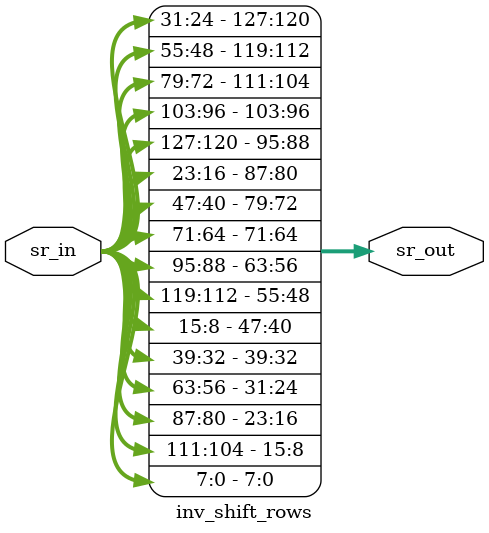
<source format=v>
module inv_shift_rows(    
    input wire [127:0] sr_in,
    output reg [127:0] sr_out
	);
	
	always @(*)begin
	  //Shift Rows
	    sr_out[7:0] = sr_in[7:0];
	    sr_out[15:8] = sr_in[111:104];
	    sr_out[23:16] = sr_in[87:80];
	    sr_out[31:24] = sr_in[63:56];
	
	    sr_out[39:32] = sr_in[39:32];
	    sr_out[47:40] = sr_in[15:8];
	    sr_out[55:48] = sr_in[119:112];
	    sr_out[63:56] = sr_in[95:88];
	
	    sr_out[71:64] = sr_in[71:64];
	    sr_out[79:72] = sr_in[47:40];
	    sr_out[87:80] = sr_in[23:16];
	    sr_out[95:88] = sr_in[127:120];
	
	    sr_out[103:96] = sr_in[103:96];
	    sr_out[111:104] = sr_in[79:72];
	    sr_out[119:112] = sr_in[55:48];
	    sr_out[127:120] = sr_in[31:24];
    end

endmodule

</source>
